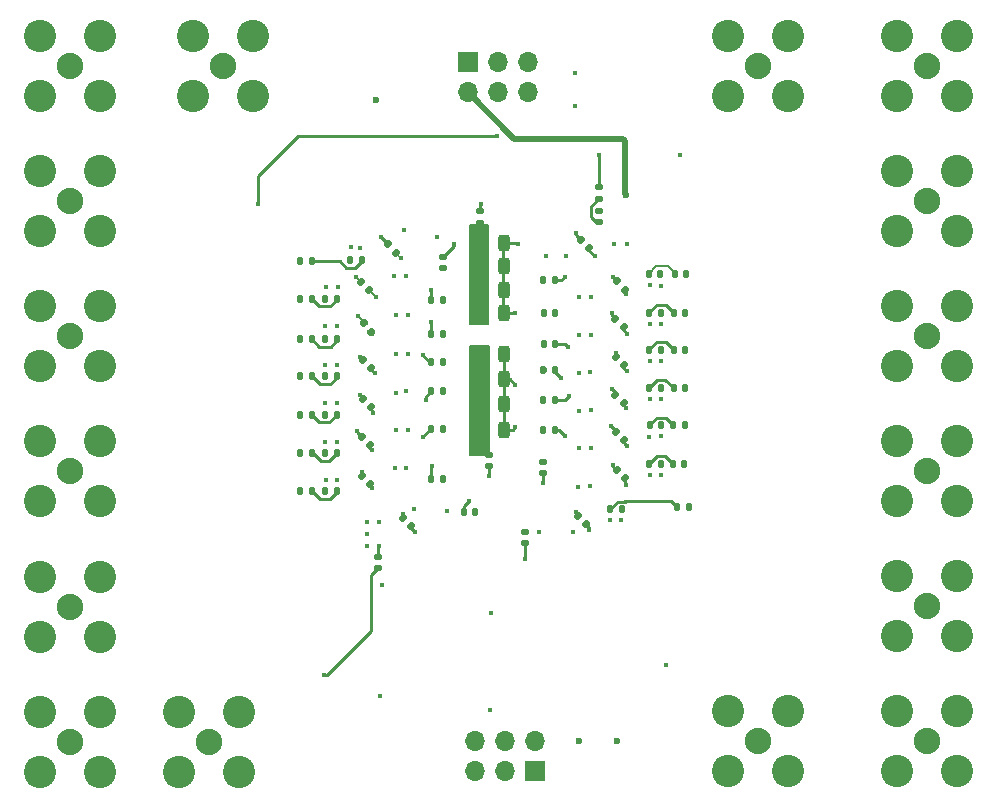
<source format=gbr>
%TF.GenerationSoftware,KiCad,Pcbnew,(6.0.1)*%
%TF.CreationDate,2022-02-22T23:19:08-05:00*%
%TF.ProjectId,sipm-linear-s14160,7369706d-2d6c-4696-9e65-61722d733134,rev?*%
%TF.SameCoordinates,Original*%
%TF.FileFunction,Copper,L4,Bot*%
%TF.FilePolarity,Positive*%
%FSLAX46Y46*%
G04 Gerber Fmt 4.6, Leading zero omitted, Abs format (unit mm)*
G04 Created by KiCad (PCBNEW (6.0.1)) date 2022-02-22 23:19:08*
%MOMM*%
%LPD*%
G01*
G04 APERTURE LIST*
G04 Aperture macros list*
%AMRoundRect*
0 Rectangle with rounded corners*
0 $1 Rounding radius*
0 $2 $3 $4 $5 $6 $7 $8 $9 X,Y pos of 4 corners*
0 Add a 4 corners polygon primitive as box body*
4,1,4,$2,$3,$4,$5,$6,$7,$8,$9,$2,$3,0*
0 Add four circle primitives for the rounded corners*
1,1,$1+$1,$2,$3*
1,1,$1+$1,$4,$5*
1,1,$1+$1,$6,$7*
1,1,$1+$1,$8,$9*
0 Add four rect primitives between the rounded corners*
20,1,$1+$1,$2,$3,$4,$5,0*
20,1,$1+$1,$4,$5,$6,$7,0*
20,1,$1+$1,$6,$7,$8,$9,0*
20,1,$1+$1,$8,$9,$2,$3,0*%
G04 Aperture macros list end*
%TA.AperFunction,ComponentPad*%
%ADD10C,2.240000*%
%TD*%
%TA.AperFunction,ComponentPad*%
%ADD11C,2.740000*%
%TD*%
%TA.AperFunction,SMDPad,CuDef*%
%ADD12RoundRect,0.147500X-0.172500X0.147500X-0.172500X-0.147500X0.172500X-0.147500X0.172500X0.147500X0*%
%TD*%
%TA.AperFunction,SMDPad,CuDef*%
%ADD13RoundRect,0.147500X-0.147500X-0.172500X0.147500X-0.172500X0.147500X0.172500X-0.147500X0.172500X0*%
%TD*%
%TA.AperFunction,SMDPad,CuDef*%
%ADD14RoundRect,0.147500X-0.226274X-0.017678X-0.017678X-0.226274X0.226274X0.017678X0.017678X0.226274X0*%
%TD*%
%TA.AperFunction,SMDPad,CuDef*%
%ADD15RoundRect,0.147500X0.172500X-0.147500X0.172500X0.147500X-0.172500X0.147500X-0.172500X-0.147500X0*%
%TD*%
%TA.AperFunction,SMDPad,CuDef*%
%ADD16RoundRect,0.147500X0.147500X0.172500X-0.147500X0.172500X-0.147500X-0.172500X0.147500X-0.172500X0*%
%TD*%
%TA.AperFunction,SMDPad,CuDef*%
%ADD17RoundRect,0.147500X0.226274X0.017678X0.017678X0.226274X-0.226274X-0.017678X-0.017678X-0.226274X0*%
%TD*%
%TA.AperFunction,SMDPad,CuDef*%
%ADD18RoundRect,0.243750X-0.243750X-0.456250X0.243750X-0.456250X0.243750X0.456250X-0.243750X0.456250X0*%
%TD*%
%TA.AperFunction,SMDPad,CuDef*%
%ADD19RoundRect,0.147500X0.226954X-0.002111X0.037331X0.223872X-0.226954X0.002111X-0.037331X-0.223872X0*%
%TD*%
%TA.AperFunction,ComponentPad*%
%ADD20R,1.700000X1.700000*%
%TD*%
%TA.AperFunction,ComponentPad*%
%ADD21O,1.700000X1.700000*%
%TD*%
%TA.AperFunction,ViaPad*%
%ADD22C,0.450000*%
%TD*%
%TA.AperFunction,ViaPad*%
%ADD23C,0.600000*%
%TD*%
%TA.AperFunction,Conductor*%
%ADD24C,0.250000*%
%TD*%
%TA.AperFunction,Conductor*%
%ADD25C,0.500000*%
%TD*%
%TA.AperFunction,Conductor*%
%ADD26C,0.200000*%
%TD*%
G04 APERTURE END LIST*
D10*
%TO.P,J13,1,In*%
%TO.N,Net-(J13-Pad1)*%
X160740000Y-74470000D03*
D11*
%TO.P,J13,2,Ext*%
%TO.N,GND*%
X163280000Y-71930000D03*
X158200000Y-77010000D03*
X158200000Y-71930000D03*
X163280000Y-77010000D03*
%TD*%
D10*
%TO.P,J6,1,In*%
%TO.N,Net-(J6-Pad1)*%
X220340000Y-97322000D03*
D11*
%TO.P,J6,2,Ext*%
%TO.N,GND*%
X217800000Y-99862000D03*
X217800000Y-94782000D03*
X222880000Y-94782000D03*
X222880000Y-99862000D03*
%TD*%
D10*
%TO.P,J8,1,In*%
%TO.N,Net-(J8-Pad1)*%
X220350000Y-108748000D03*
D11*
%TO.P,J8,2,Ext*%
%TO.N,GND*%
X217810000Y-111288000D03*
X222890000Y-111288000D03*
X217810000Y-106208000D03*
X222890000Y-106208000D03*
%TD*%
D10*
%TO.P,J9,1,In*%
%TO.N,Net-(J9-Pad1)*%
X147810000Y-108778000D03*
D11*
%TO.P,J9,2,Ext*%
%TO.N,GND*%
X145270000Y-106238000D03*
X145270000Y-111318000D03*
X150350000Y-106238000D03*
X150350000Y-111318000D03*
%TD*%
D10*
%TO.P,J2,1,In*%
%TO.N,Net-(J2-Pad1)*%
X220340000Y-74470000D03*
D11*
%TO.P,J2,2,Ext*%
%TO.N,GND*%
X222880000Y-77010000D03*
X222880000Y-71930000D03*
X217800000Y-71930000D03*
X217800000Y-77010000D03*
%TD*%
D10*
%TO.P,J5,1,In*%
%TO.N,Net-(J5-Pad1)*%
X147810000Y-85906000D03*
D11*
%TO.P,J5,2,Ext*%
%TO.N,GND*%
X150350000Y-88446000D03*
X150350000Y-83366000D03*
X145270000Y-83366000D03*
X145270000Y-88446000D03*
%TD*%
D10*
%TO.P,J3,1,In*%
%TO.N,Net-(J3-Pad1)*%
X147810000Y-74470000D03*
D11*
%TO.P,J3,2,Ext*%
%TO.N,GND*%
X150350000Y-71930000D03*
X150350000Y-77010000D03*
X145270000Y-77010000D03*
X145270000Y-71930000D03*
%TD*%
D10*
%TO.P,J10,1,In*%
%TO.N,Net-(J10-Pad1)*%
X220370000Y-120174000D03*
D11*
%TO.P,J10,2,Ext*%
%TO.N,GND*%
X217830000Y-117634000D03*
X222910000Y-117634000D03*
X217830000Y-122714000D03*
X222910000Y-122714000D03*
%TD*%
D10*
%TO.P,J4,1,In*%
%TO.N,Net-(J4-Pad1)*%
X220340000Y-85896000D03*
D11*
%TO.P,J4,2,Ext*%
%TO.N,GND*%
X217800000Y-83356000D03*
X222880000Y-83356000D03*
X222880000Y-88436000D03*
X217800000Y-88436000D03*
%TD*%
D10*
%TO.P,J16,1,In*%
%TO.N,Net-(J16-Pad1)*%
X206100000Y-131600000D03*
D11*
%TO.P,J16,2,Ext*%
%TO.N,GND*%
X203560000Y-129060000D03*
X208640000Y-129060000D03*
X208640000Y-134140000D03*
X203560000Y-134140000D03*
%TD*%
D10*
%TO.P,J11,1,In*%
%TO.N,Net-(J11-Pad1)*%
X147810000Y-120214000D03*
D11*
%TO.P,J11,2,Ext*%
%TO.N,GND*%
X145270000Y-117674000D03*
X150350000Y-117674000D03*
X145270000Y-122754000D03*
X150350000Y-122754000D03*
%TD*%
D10*
%TO.P,J14,1,In*%
%TO.N,Net-(J14-Pad1)*%
X220370000Y-131600000D03*
D11*
%TO.P,J14,2,Ext*%
%TO.N,GND*%
X222910000Y-129060000D03*
X222910000Y-134140000D03*
X217830000Y-129060000D03*
X217830000Y-134140000D03*
%TD*%
D10*
%TO.P,J17,1,In*%
%TO.N,Net-(J17-Pad1)*%
X159550000Y-131650000D03*
D11*
%TO.P,J17,2,Ext*%
%TO.N,GND*%
X157010000Y-134190000D03*
X162090000Y-134190000D03*
X157010000Y-129110000D03*
X162090000Y-129110000D03*
%TD*%
D10*
%TO.P,J12,1,In*%
%TO.N,Net-(J12-Pad1)*%
X206100000Y-74420000D03*
D11*
%TO.P,J12,2,Ext*%
%TO.N,GND*%
X203560000Y-76960000D03*
X203560000Y-71880000D03*
X208640000Y-76960000D03*
X208640000Y-71880000D03*
%TD*%
D10*
%TO.P,J15,1,In*%
%TO.N,Net-(J15-Pad1)*%
X147810000Y-131650000D03*
D11*
%TO.P,J15,2,Ext*%
%TO.N,GND*%
X150350000Y-134190000D03*
X145270000Y-129110000D03*
X145270000Y-134190000D03*
X150350000Y-129110000D03*
%TD*%
D10*
%TO.P,J7,1,In*%
%TO.N,Net-(J7-Pad1)*%
X147810000Y-97342000D03*
D11*
%TO.P,J7,2,Ext*%
%TO.N,GND*%
X150350000Y-99882000D03*
X150350000Y-94802000D03*
X145270000Y-94802000D03*
X145270000Y-99882000D03*
%TD*%
D12*
%TO.P,L13,1*%
%TO.N,Net-(L13-Pad1)*%
X187880000Y-107945000D03*
%TO.P,L13,2*%
%TO.N,GND*%
X187880000Y-108915000D03*
%TD*%
%TO.P,R1,1*%
%TO.N,/VBias*%
X182550000Y-86765000D03*
%TO.P,R1,2*%
%TO.N,Net-(C1-Pad1)*%
X182550000Y-87735000D03*
%TD*%
D13*
%TO.P,R38,1*%
%TO.N,Net-(C27-Pad1)*%
X198952400Y-98455000D03*
%TO.P,R38,2*%
%TO.N,LINE*%
X199922400Y-98455000D03*
%TD*%
%TO.P,R7,1*%
%TO.N,Net-(C6-Pad1)*%
X199002400Y-92030000D03*
%TO.P,R7,2*%
%TO.N,LINE*%
X199972400Y-92030000D03*
%TD*%
%TO.P,R81,1*%
%TO.N,/LINE2*%
X167315000Y-107200000D03*
%TO.P,R81,2*%
%TO.N,Net-(C62-Pad1)*%
X168285000Y-107200000D03*
%TD*%
%TO.P,R25,1*%
%TO.N,LINE*%
X167315000Y-97600000D03*
%TO.P,R25,2*%
%TO.N,Net-(C20-Pad1)*%
X168285000Y-97600000D03*
%TD*%
%TO.P,R49,1*%
%TO.N,/LINE2*%
X167315000Y-104000000D03*
%TO.P,R49,2*%
%TO.N,Net-(C36-Pad1)*%
X168285000Y-104000000D03*
%TD*%
D14*
%TO.P,R70,1*%
%TO.N,Net-(R64-Pad2)*%
X191114106Y-89214106D03*
%TO.P,R70,2*%
%TO.N,Net-(R70-Pad2)*%
X191800000Y-89900000D03*
%TD*%
D13*
%TO.P,R94,1*%
%TO.N,Net-(C69-Pad1)*%
X198835000Y-108150000D03*
%TO.P,R94,2*%
%TO.N,/LINE2*%
X199805000Y-108150000D03*
%TD*%
D12*
%TO.P,L15,1*%
%TO.N,Net-(L15-Pad1)*%
X186331001Y-113891000D03*
%TO.P,L15,2*%
%TO.N,GND*%
X186331001Y-114861000D03*
%TD*%
D13*
%TO.P,R52,1*%
%TO.N,GND*%
X169415000Y-103980002D03*
%TO.P,R52,2*%
%TO.N,Net-(C36-Pad1)*%
X170385000Y-103980002D03*
%TD*%
%TO.P,L3,1*%
%TO.N,Net-(L3-Pad1)*%
X187915000Y-98000000D03*
%TO.P,L3,2*%
%TO.N,GND*%
X188885000Y-98000000D03*
%TD*%
D15*
%TO.P,R59,1*%
%TO.N,/VBias2*%
X183250000Y-108335000D03*
%TO.P,R59,2*%
%TO.N,Net-(C14-Pad1)*%
X183250000Y-107365000D03*
%TD*%
D16*
%TO.P,R83,1*%
%TO.N,GND*%
X197865000Y-104880000D03*
%TO.P,R83,2*%
%TO.N,Net-(C61-Pad1)*%
X196895000Y-104880000D03*
%TD*%
D17*
%TO.P,R42,1*%
%TO.N,Net-(R36-Pad2)*%
X173300000Y-100000000D03*
%TO.P,R42,2*%
%TO.N,Net-(R42-Pad2)*%
X172614106Y-99314106D03*
%TD*%
D16*
%TO.P,R27,1*%
%TO.N,GND*%
X197847400Y-95330000D03*
%TO.P,R27,2*%
%TO.N,Net-(C19-Pad1)*%
X196877400Y-95330000D03*
%TD*%
D15*
%TO.P,R15,1*%
%TO.N,Net-(C46-Pad1)*%
X192600000Y-85685000D03*
%TO.P,R15,2*%
%TO.N,LINE*%
X192600000Y-84715000D03*
%TD*%
D14*
%TO.P,R85,1*%
%TO.N,Net-(R79-Pad2)*%
X194044453Y-105437053D03*
%TO.P,R85,2*%
%TO.N,Net-(R85-Pad2)*%
X194730347Y-106122947D03*
%TD*%
%TO.P,R10,1*%
%TO.N,Net-(R10-Pad1)*%
X194144453Y-92687053D03*
%TO.P,R10,2*%
%TO.N,Net-(R10-Pad2)*%
X194830347Y-93372947D03*
%TD*%
D15*
%TO.P,L12,1*%
%TO.N,Net-(L12-Pad1)*%
X179400000Y-91585000D03*
%TO.P,L12,2*%
%TO.N,GND*%
X179400000Y-90615000D03*
%TD*%
D18*
%TO.P,C1,1*%
%TO.N,Net-(C1-Pad1)*%
X182725000Y-93400000D03*
%TO.P,C1,2*%
%TO.N,GND*%
X184600000Y-93400000D03*
%TD*%
D16*
%TO.P,L8,1*%
%TO.N,Net-(L8-Pad1)*%
X179385000Y-102000000D03*
%TO.P,L8,2*%
%TO.N,GND*%
X178415000Y-102000000D03*
%TD*%
D18*
%TO.P,C40,1*%
%TO.N,Net-(C14-Pad1)*%
X182725000Y-98833334D03*
%TO.P,C40,2*%
%TO.N,GND*%
X184600000Y-98833334D03*
%TD*%
D13*
%TO.P,L9,1*%
%TO.N,Net-(L9-Pad1)*%
X187885000Y-105260000D03*
%TO.P,L9,2*%
%TO.N,GND*%
X188855000Y-105260000D03*
%TD*%
%TO.P,R6,1*%
%TO.N,LINE*%
X167315000Y-94200000D03*
%TO.P,R6,2*%
%TO.N,Net-(C7-Pad1)*%
X168285000Y-94200000D03*
%TD*%
D14*
%TO.P,R41,1*%
%TO.N,Net-(R35-Pad2)*%
X194044453Y-99087053D03*
%TO.P,R41,2*%
%TO.N,Net-(R41-Pad2)*%
X194730347Y-99772947D03*
%TD*%
D19*
%TO.P,R30,1*%
%TO.N,Net-(R24-Pad2)*%
X173311752Y-96971532D03*
%TO.P,R30,2*%
%TO.N,Net-(R30-Pad2)*%
X172688248Y-96228468D03*
%TD*%
D17*
%TO.P,R71,1*%
%TO.N,Net-(R65-Pad2)*%
X175442947Y-90242947D03*
%TO.P,R71,2*%
%TO.N,Net-(R71-Pad2)*%
X174757053Y-89557053D03*
%TD*%
D18*
%TO.P,C14,1*%
%TO.N,Net-(C14-Pad1)*%
X182725000Y-105233334D03*
%TO.P,C14,2*%
%TO.N,GND*%
X184600000Y-105233334D03*
%TD*%
D16*
%TO.P,L16,1*%
%TO.N,Net-(L16-Pad1)*%
X182135000Y-112200000D03*
%TO.P,L16,2*%
%TO.N,GND*%
X181165000Y-112200000D03*
%TD*%
D13*
%TO.P,R28,1*%
%TO.N,GND*%
X169415000Y-97565002D03*
%TO.P,R28,2*%
%TO.N,Net-(C20-Pad1)*%
X170385000Y-97565002D03*
%TD*%
%TO.P,L1,1*%
%TO.N,Net-(L1-Pad1)*%
X187915000Y-95400000D03*
%TO.P,L1,2*%
%TO.N,GND*%
X188885000Y-95400000D03*
%TD*%
D18*
%TO.P,C41,1*%
%TO.N,Net-(C14-Pad1)*%
X182725000Y-103100000D03*
%TO.P,C41,2*%
%TO.N,GND*%
X184600000Y-103100000D03*
%TD*%
D13*
%TO.P,L5,1*%
%TO.N,Net-(L5-Pad1)*%
X187905000Y-100150000D03*
%TO.P,L5,2*%
%TO.N,GND*%
X188875000Y-100150000D03*
%TD*%
D17*
%TO.P,R86,1*%
%TO.N,Net-(R80-Pad2)*%
X173242947Y-106542947D03*
%TO.P,R86,2*%
%TO.N,Net-(R86-Pad2)*%
X172557053Y-105857053D03*
%TD*%
%TO.P,R110,1*%
%TO.N,Net-(R104-Pad2)*%
X176657947Y-113392947D03*
%TO.P,R110,2*%
%TO.N,Net-(R110-Pad2)*%
X175972053Y-112707053D03*
%TD*%
D13*
%TO.P,R93,1*%
%TO.N,/LINE2*%
X167315000Y-110400000D03*
%TO.P,R93,2*%
%TO.N,Net-(C70-Pad1)*%
X168285000Y-110400000D03*
%TD*%
D16*
%TO.P,L2,1*%
%TO.N,Net-(L2-Pad1)*%
X179385000Y-94300000D03*
%TO.P,L2,2*%
%TO.N,GND*%
X178415000Y-94300000D03*
%TD*%
%TO.P,R39,1*%
%TO.N,GND*%
X197847400Y-98455000D03*
%TO.P,R39,2*%
%TO.N,Net-(C27-Pad1)*%
X196877400Y-98455000D03*
%TD*%
D13*
%TO.P,R96,1*%
%TO.N,GND*%
X169415000Y-110450000D03*
%TO.P,R96,2*%
%TO.N,Net-(C70-Pad1)*%
X170385000Y-110450000D03*
%TD*%
%TO.P,L7,1*%
%TO.N,Net-(L7-Pad1)*%
X187875000Y-102710000D03*
%TO.P,L7,2*%
%TO.N,GND*%
X188845000Y-102710000D03*
%TD*%
D16*
%TO.P,R8,1*%
%TO.N,GND*%
X197772400Y-92030000D03*
%TO.P,R8,2*%
%TO.N,Net-(C6-Pad1)*%
X196802400Y-92030000D03*
%TD*%
%TO.P,R95,1*%
%TO.N,GND*%
X197845000Y-108150000D03*
%TO.P,R95,2*%
%TO.N,Net-(C69-Pad1)*%
X196875000Y-108150000D03*
%TD*%
D13*
%TO.P,L11,1*%
%TO.N,Net-(L11-Pad1)*%
X187895000Y-92600000D03*
%TO.P,L11,2*%
%TO.N,GND*%
X188865000Y-92600000D03*
%TD*%
%TO.P,R69,1*%
%TO.N,GND*%
X171565000Y-90890000D03*
%TO.P,R69,2*%
%TO.N,Net-(C47-Pad1)*%
X172535000Y-90890000D03*
%TD*%
%TO.P,R84,1*%
%TO.N,GND*%
X169415000Y-107210000D03*
%TO.P,R84,2*%
%TO.N,Net-(C62-Pad1)*%
X170385000Y-107210000D03*
%TD*%
D16*
%TO.P,L10,1*%
%TO.N,Net-(L10-Pad1)*%
X179385000Y-105220000D03*
%TO.P,L10,2*%
%TO.N,GND*%
X178415000Y-105220000D03*
%TD*%
D20*
%TO.P,J18,1,Pin_1*%
%TO.N,unconnected-(J18-Pad1)*%
X187200000Y-134100000D03*
D21*
%TO.P,J18,2,Pin_2*%
%TO.N,/VSSA2*%
X187200000Y-131560000D03*
%TO.P,J18,3,Pin_3*%
%TO.N,/VDDA2*%
X184660000Y-134100000D03*
%TO.P,J18,4,Pin_4*%
%TO.N,/LINE2*%
X184660000Y-131560000D03*
%TO.P,J18,5,Pin_5*%
%TO.N,/VBias2*%
X182120000Y-134100000D03*
%TO.P,J18,6,Pin_6*%
%TO.N,GND*%
X182120000Y-131560000D03*
%TD*%
D18*
%TO.P,C12,1*%
%TO.N,Net-(C1-Pad1)*%
X182725000Y-89400000D03*
%TO.P,C12,2*%
%TO.N,GND*%
X184600000Y-89400000D03*
%TD*%
D14*
%TO.P,R29,1*%
%TO.N,Net-(R23-Pad2)*%
X193994453Y-95837053D03*
%TO.P,R29,2*%
%TO.N,Net-(R29-Pad2)*%
X194680347Y-96522947D03*
%TD*%
%TO.P,R53,1*%
%TO.N,Net-(R47-Pad2)*%
X193994453Y-102287053D03*
%TO.P,R53,2*%
%TO.N,Net-(R53-Pad2)*%
X194680347Y-102972947D03*
%TD*%
D18*
%TO.P,C11,1*%
%TO.N,Net-(C1-Pad1)*%
X182725000Y-95400000D03*
%TO.P,C11,2*%
%TO.N,GND*%
X184600000Y-95400000D03*
%TD*%
D20*
%TO.P,J1,1,Pin_1*%
%TO.N,unconnected-(J1-Pad1)*%
X181475000Y-74125000D03*
D21*
%TO.P,J1,2,Pin_2*%
%TO.N,VSSA*%
X181475000Y-76665000D03*
%TO.P,J1,3,Pin_3*%
%TO.N,VDDA*%
X184015000Y-74125000D03*
%TO.P,J1,4,Pin_4*%
%TO.N,LINE*%
X184015000Y-76665000D03*
%TO.P,J1,5,Pin_5*%
%TO.N,/VBias*%
X186555000Y-74125000D03*
%TO.P,J1,6,Pin_6*%
%TO.N,GND*%
X186555000Y-76665000D03*
%TD*%
D13*
%TO.P,R37,1*%
%TO.N,LINE*%
X167315000Y-100700000D03*
%TO.P,R37,2*%
%TO.N,Net-(C28-Pad1)*%
X168285000Y-100700000D03*
%TD*%
%TO.P,R9,1*%
%TO.N,GND*%
X169415000Y-94165002D03*
%TO.P,R9,2*%
%TO.N,Net-(C7-Pad1)*%
X170385000Y-94165002D03*
%TD*%
D17*
%TO.P,R54,1*%
%TO.N,Net-(R48-Pad2)*%
X173342947Y-103342947D03*
%TO.P,R54,2*%
%TO.N,Net-(R54-Pad2)*%
X172657053Y-102657053D03*
%TD*%
D16*
%TO.P,L4,1*%
%TO.N,Net-(L4-Pad1)*%
X179385000Y-97160000D03*
%TO.P,L4,2*%
%TO.N,GND*%
X178415000Y-97160000D03*
%TD*%
D13*
%TO.P,R14,1*%
%TO.N,LINE*%
X167315000Y-91000000D03*
%TO.P,R14,2*%
%TO.N,Net-(C47-Pad1)*%
X168285000Y-91000000D03*
%TD*%
D18*
%TO.P,C10,1*%
%TO.N,Net-(C1-Pad1)*%
X182725000Y-91400000D03*
%TO.P,C10,2*%
%TO.N,GND*%
X184600000Y-91400000D03*
%TD*%
D17*
%TO.P,R11,1*%
%TO.N,Net-(R11-Pad1)*%
X173142947Y-93442947D03*
%TO.P,R11,2*%
%TO.N,Net-(R11-Pad2)*%
X172457053Y-92757053D03*
%TD*%
D18*
%TO.P,C39,1*%
%TO.N,Net-(C14-Pad1)*%
X182725000Y-100966667D03*
%TO.P,C39,2*%
%TO.N,GND*%
X184600000Y-100966667D03*
%TD*%
D14*
%TO.P,R109,1*%
%TO.N,Net-(R103-Pad2)*%
X190832054Y-112557053D03*
%TO.P,R109,2*%
%TO.N,Net-(R109-Pad2)*%
X191517948Y-113242947D03*
%TD*%
D16*
%TO.P,R107,1*%
%TO.N,GND*%
X194516001Y-111976000D03*
%TO.P,R107,2*%
%TO.N,Net-(C77-Pad1)*%
X193546001Y-111976000D03*
%TD*%
%TO.P,L14,1*%
%TO.N,Net-(L14-Pad1)*%
X179385000Y-109450000D03*
%TO.P,L14,2*%
%TO.N,GND*%
X178415000Y-109450000D03*
%TD*%
%TO.P,R51,1*%
%TO.N,GND*%
X197842400Y-101670000D03*
%TO.P,R51,2*%
%TO.N,Net-(C35-Pad1)*%
X196872400Y-101670000D03*
%TD*%
D13*
%TO.P,R106,1*%
%TO.N,Net-(C77-Pad1)*%
X199215000Y-111800000D03*
%TO.P,R106,2*%
%TO.N,/LINE2*%
X200185000Y-111800000D03*
%TD*%
%TO.P,R82,1*%
%TO.N,Net-(C61-Pad1)*%
X198895000Y-104820000D03*
%TO.P,R82,2*%
%TO.N,/LINE2*%
X199865000Y-104820000D03*
%TD*%
D14*
%TO.P,R97,1*%
%TO.N,Net-(R91-Pad2)*%
X194094453Y-108637053D03*
%TO.P,R97,2*%
%TO.N,Net-(R97-Pad2)*%
X194780347Y-109322947D03*
%TD*%
D13*
%TO.P,R40,1*%
%TO.N,GND*%
X169415000Y-100730002D03*
%TO.P,R40,2*%
%TO.N,Net-(C28-Pad1)*%
X170385000Y-100730002D03*
%TD*%
D15*
%TO.P,R105,1*%
%TO.N,/LINE2*%
X173900000Y-116985000D03*
%TO.P,R105,2*%
%TO.N,Net-(C78-Pad1)*%
X173900000Y-116015000D03*
%TD*%
D17*
%TO.P,R98,1*%
%TO.N,Net-(R92-Pad2)*%
X173242947Y-109842947D03*
%TO.P,R98,2*%
%TO.N,Net-(R100-Pad1)*%
X172557053Y-109157053D03*
%TD*%
D13*
%TO.P,R50,1*%
%TO.N,Net-(C35-Pad1)*%
X198922400Y-101700000D03*
%TO.P,R50,2*%
%TO.N,/LINE2*%
X199892400Y-101700000D03*
%TD*%
%TO.P,R26,1*%
%TO.N,Net-(C19-Pad1)*%
X198952400Y-95355000D03*
%TO.P,R26,2*%
%TO.N,LINE*%
X199922400Y-95355000D03*
%TD*%
D12*
%TO.P,R68,1*%
%TO.N,GND*%
X192600000Y-86715000D03*
%TO.P,R68,2*%
%TO.N,Net-(C46-Pad1)*%
X192600000Y-87685000D03*
%TD*%
D16*
%TO.P,L6,1*%
%TO.N,Net-(L6-Pad1)*%
X179385000Y-99500000D03*
%TO.P,L6,2*%
%TO.N,GND*%
X178415000Y-99500000D03*
%TD*%
D22*
%TO.N,GND*%
X190937400Y-97255000D03*
X176300000Y-102000000D03*
X192600000Y-86700000D03*
X178400000Y-93400000D03*
X197800000Y-92030000D03*
X172990000Y-114040000D03*
X185530000Y-105004000D03*
X178450000Y-108350000D03*
X190860000Y-110080000D03*
X169500000Y-100700000D03*
X169500000Y-97600000D03*
X190897400Y-103630000D03*
X177700000Y-105850000D03*
X194500000Y-112900000D03*
X169500000Y-109500000D03*
X186331001Y-116176000D03*
X197837400Y-102680000D03*
X181600000Y-111250000D03*
X185784000Y-89510000D03*
X189420000Y-100880000D03*
X185530000Y-95352000D03*
X180300000Y-89500000D03*
X169500000Y-107200000D03*
X197887400Y-101755000D03*
X169400000Y-106300000D03*
X187850000Y-109730000D03*
X189940000Y-98230000D03*
X172940000Y-113090000D03*
X178885000Y-88940000D03*
X178400000Y-96100000D03*
X197787400Y-95330000D03*
X190050000Y-102420000D03*
X185530000Y-101448000D03*
X169500000Y-104000000D03*
X176300000Y-92200000D03*
X189700000Y-92300000D03*
X187531001Y-113876000D03*
X169400000Y-103000000D03*
X171615000Y-90785000D03*
X179740000Y-112090000D03*
X188900000Y-95400000D03*
X176400000Y-95500000D03*
X197887400Y-105780000D03*
X197862400Y-98530000D03*
X176300000Y-108500000D03*
X188157053Y-90557053D03*
X197862400Y-109080000D03*
X176400000Y-105300000D03*
X171600000Y-89800000D03*
X197837400Y-99430000D03*
X190887400Y-94030000D03*
X189750000Y-105790000D03*
X177700000Y-98950000D03*
X190940000Y-106770000D03*
X197887400Y-96330000D03*
X169500000Y-93200000D03*
X176400000Y-98800000D03*
X177950000Y-102750000D03*
X169500000Y-94200000D03*
X169500000Y-110450000D03*
X194500000Y-111900000D03*
X197887400Y-93100000D03*
X169400000Y-99800000D03*
X190890000Y-100400000D03*
X197812400Y-108180000D03*
X197837400Y-104830000D03*
X169400000Y-96500000D03*
X194957053Y-89557053D03*
X172990000Y-115090000D03*
%TO.N,Net-(C7-Pad1)*%
X170500000Y-94165002D03*
%TO.N,VDDA*%
X191887400Y-94030000D03*
X175400000Y-98800000D03*
X191892400Y-97230000D03*
X175250000Y-92250000D03*
X175400000Y-95500000D03*
X190600000Y-75050000D03*
X190600000Y-77800000D03*
X191842400Y-100390000D03*
X189800000Y-90557053D03*
X176100000Y-88300000D03*
%TO.N,VSSA*%
X196887400Y-96330000D03*
X196887400Y-93030000D03*
X196887400Y-99405000D03*
X170400000Y-99800000D03*
X193872053Y-89522054D03*
D23*
X173700000Y-77300000D03*
D22*
X172350000Y-89840000D03*
D23*
X194900000Y-85400000D03*
D22*
X170400000Y-96500000D03*
X170500000Y-93200000D03*
%TO.N,Net-(L1-Pad1)*%
X187870000Y-95400000D03*
%TO.N,Net-(C6-Pad1)*%
X196802400Y-92060000D03*
%TO.N,Net-(L2-Pad1)*%
X179400000Y-94300000D03*
%TO.N,/VBias*%
X182600000Y-86150000D03*
%TO.N,LINE*%
X199900000Y-98400000D03*
X167300000Y-100700000D03*
X167300000Y-97600000D03*
X200000000Y-92000000D03*
X163700000Y-86100000D03*
X167300000Y-94200000D03*
X184000000Y-80400000D03*
X192600000Y-82000000D03*
X199500000Y-82000000D03*
X167300000Y-91000000D03*
X199900000Y-95300000D03*
%TO.N,Net-(C46-Pad1)*%
X192600000Y-87700000D03*
%TO.N,Net-(C47-Pad1)*%
X172572500Y-90927500D03*
%TO.N,Net-(L11-Pad1)*%
X187920000Y-92540000D03*
%TO.N,Net-(L12-Pad1)*%
X179400000Y-91600000D03*
%TO.N,Net-(C1-Pad1)*%
X183000000Y-92400000D03*
%TO.N,Net-(C19-Pad1)*%
X196877400Y-95310000D03*
%TO.N,Net-(C20-Pad1)*%
X170500000Y-97600000D03*
%TO.N,Net-(L3-Pad1)*%
X187900000Y-98000000D03*
%TO.N,Net-(L4-Pad1)*%
X179400000Y-97200000D03*
%TO.N,Net-(C27-Pad1)*%
X196877400Y-98490000D03*
%TO.N,Net-(C28-Pad1)*%
X170485000Y-100740002D03*
%TO.N,Net-(L5-Pad1)*%
X188030000Y-100170000D03*
%TO.N,Net-(L6-Pad1)*%
X179350000Y-99500000D03*
%TO.N,Net-(C14-Pad1)*%
X183100000Y-102000000D03*
%TO.N,Net-(C35-Pad1)*%
X196847400Y-101720000D03*
%TO.N,Net-(C36-Pad1)*%
X170500000Y-104000000D03*
%TO.N,Net-(L7-Pad1)*%
X187940000Y-102670000D03*
%TO.N,Net-(L8-Pad1)*%
X179400000Y-102000000D03*
%TO.N,Net-(C61-Pad1)*%
X196877400Y-104880000D03*
%TO.N,Net-(C62-Pad1)*%
X170485000Y-107210000D03*
%TO.N,Net-(L9-Pad1)*%
X187880000Y-105250000D03*
%TO.N,Net-(L10-Pad1)*%
X179400000Y-105200000D03*
%TO.N,Net-(C69-Pad1)*%
X196852399Y-108129999D03*
%TO.N,Net-(C70-Pad1)*%
X170485000Y-110450000D03*
%TO.N,Net-(L13-Pad1)*%
X187890000Y-107950000D03*
%TO.N,Net-(L14-Pad1)*%
X179400000Y-109450000D03*
%TO.N,Net-(C77-Pad1)*%
X193546001Y-111926000D03*
%TO.N,Net-(C78-Pad1)*%
X173950000Y-115090000D03*
%TO.N,Net-(L15-Pad1)*%
X186331001Y-113876000D03*
%TO.N,Net-(L16-Pad1)*%
X182100000Y-112200000D03*
%TO.N,/VBias2*%
X183500000Y-120800000D03*
X183250000Y-109150000D03*
%TO.N,/VSSA2*%
X196912400Y-109080000D03*
D23*
X190900000Y-131600000D03*
D22*
X170400000Y-103000000D03*
X170400000Y-109500000D03*
X196837400Y-105830000D03*
X193546001Y-112900000D03*
X173957500Y-113057500D03*
D23*
X194100000Y-131600000D03*
D22*
X196912400Y-102655000D03*
X170400000Y-106300000D03*
%TO.N,/VDDA2*%
X191847400Y-110030000D03*
X174100000Y-127800000D03*
X175400000Y-105300000D03*
X176900000Y-111950000D03*
X191892400Y-106780000D03*
X190431001Y-113876000D03*
X191914900Y-103587500D03*
X174200000Y-118400000D03*
X175300000Y-108500000D03*
X175400000Y-102100000D03*
%TO.N,/LINE2*%
X199900000Y-104800000D03*
X167300000Y-104000000D03*
X198300000Y-125200000D03*
X183400000Y-129000000D03*
X167300000Y-107200000D03*
X200200000Y-111800000D03*
X167300000Y-110400000D03*
X199892400Y-101700000D03*
X199805000Y-108150000D03*
X169300000Y-126000000D03*
%TO.N,Net-(R10-Pad1)*%
X193787400Y-92330000D03*
%TO.N,Net-(R11-Pad1)*%
X173700000Y-94000000D03*
%TO.N,Net-(R10-Pad2)*%
X194887400Y-93763902D03*
%TO.N,Net-(R11-Pad2)*%
X172000000Y-92300000D03*
%TO.N,Net-(R23-Pad2)*%
X193700000Y-95400000D03*
%TO.N,Net-(R24-Pad2)*%
X173400000Y-97177237D03*
%TO.N,Net-(R29-Pad2)*%
X194987400Y-97130000D03*
%TO.N,Net-(R30-Pad2)*%
X172200000Y-95600000D03*
%TO.N,Net-(R35-Pad2)*%
X194062367Y-98743891D03*
%TO.N,Net-(R36-Pad2)*%
X173600000Y-100460570D03*
%TO.N,Net-(R41-Pad2)*%
X194937400Y-100280000D03*
%TO.N,Net-(R42-Pad2)*%
X172400000Y-99052766D03*
%TO.N,Net-(R47-Pad2)*%
X193727400Y-101800000D03*
%TO.N,Net-(R48-Pad2)*%
X173500000Y-103800000D03*
%TO.N,Net-(R53-Pad2)*%
X194867400Y-103440000D03*
%TO.N,Net-(R54-Pad2)*%
X172400000Y-102336099D03*
%TO.N,Net-(R64-Pad2)*%
X190657053Y-88622052D03*
%TO.N,Net-(R65-Pad2)*%
X175800000Y-90700000D03*
%TO.N,Net-(R70-Pad2)*%
X192257053Y-90557053D03*
%TO.N,Net-(R71-Pad2)*%
X174182400Y-88939999D03*
%TO.N,Net-(R79-Pad2)*%
X193630000Y-104950000D03*
%TO.N,Net-(R80-Pad2)*%
X173350000Y-106963902D03*
%TO.N,Net-(R85-Pad2)*%
X194940000Y-106620000D03*
%TO.N,Net-(R86-Pad2)*%
X172150000Y-105350000D03*
%TO.N,Net-(R91-Pad2)*%
X193830000Y-108270000D03*
%TO.N,Net-(R92-Pad2)*%
X173350000Y-110203902D03*
%TO.N,Net-(R97-Pad2)*%
X194930000Y-109930000D03*
%TO.N,Net-(R100-Pad1)*%
X172557053Y-108796098D03*
%TO.N,Net-(R103-Pad2)*%
X190631001Y-112176000D03*
%TO.N,Net-(R104-Pad2)*%
X177040000Y-113940000D03*
%TO.N,Net-(R109-Pad2)*%
X191731001Y-113776000D03*
%TO.N,Net-(R110-Pad2)*%
X175972053Y-112346098D03*
%TD*%
D24*
%TO.N,GND*%
X188845000Y-102710000D02*
X189760000Y-102710000D01*
X180300000Y-89715000D02*
X180300000Y-89500000D01*
X189700000Y-92300000D02*
X189400000Y-92600000D01*
X187880000Y-109700000D02*
X187850000Y-109730000D01*
X184600000Y-105233334D02*
X185300666Y-105233334D01*
X189760000Y-102710000D02*
X190050000Y-102420000D01*
X178250000Y-99500000D02*
X177700000Y-98950000D01*
X186331001Y-116176000D02*
X186331001Y-114861000D01*
X189710000Y-98000000D02*
X189940000Y-98230000D01*
X177950000Y-102465000D02*
X178415000Y-102000000D01*
X179400000Y-90615000D02*
X180300000Y-89715000D01*
X185300666Y-105233334D02*
X185530000Y-105004000D01*
X184600000Y-105233334D02*
X184600000Y-98833334D01*
X184600000Y-100966667D02*
X185048667Y-100966667D01*
X178415000Y-93415000D02*
X178400000Y-93400000D01*
X177950000Y-102750000D02*
X177950000Y-102465000D01*
X181165000Y-111685000D02*
X181600000Y-111250000D01*
X189400000Y-92600000D02*
X188865000Y-92600000D01*
X185674000Y-89400000D02*
X185784000Y-89510000D01*
X184500000Y-95400000D02*
X184500000Y-89400000D01*
X189220000Y-105260000D02*
X189750000Y-105790000D01*
X187880000Y-108915000D02*
X187880000Y-109700000D01*
X178415000Y-94300000D02*
X178415000Y-93415000D01*
X178415000Y-108385000D02*
X178450000Y-108350000D01*
X178415000Y-109450000D02*
X178415000Y-108385000D01*
X184600000Y-89400000D02*
X185674000Y-89400000D01*
X184600000Y-95400000D02*
X185482000Y-95400000D01*
X185048667Y-100966667D02*
X185530000Y-101448000D01*
X188885000Y-98000000D02*
X189710000Y-98000000D01*
X185482000Y-95400000D02*
X185530000Y-95352000D01*
X178415000Y-97160000D02*
X178415000Y-96115000D01*
X188875000Y-100335000D02*
X189420000Y-100880000D01*
X178330000Y-105220000D02*
X177700000Y-105850000D01*
X178415000Y-96115000D02*
X178400000Y-96100000D01*
X181165000Y-112200000D02*
X181165000Y-111685000D01*
X188855000Y-105260000D02*
X189220000Y-105260000D01*
%TO.N,Net-(C7-Pad1)*%
X169855480Y-94809522D02*
X170500000Y-94165002D01*
X168894522Y-94809522D02*
X169855480Y-94809522D01*
X168285000Y-94200000D02*
X168894522Y-94809522D01*
D25*
%TO.N,VSSA*%
X194900000Y-85400000D02*
X194800000Y-85300000D01*
X194800000Y-85300000D02*
X194800000Y-80800000D01*
X194800000Y-80800000D02*
X194600000Y-80600000D01*
X185410000Y-80600000D02*
X181475000Y-76665000D01*
X194600000Y-80600000D02*
X185410000Y-80600000D01*
D26*
%TO.N,Net-(C6-Pad1)*%
X198467880Y-91410480D02*
X197421920Y-91410480D01*
X197421920Y-91410480D02*
X196802400Y-92030000D01*
X199087400Y-92030000D02*
X198467880Y-91410480D01*
D24*
%TO.N,/VBias*%
X182550000Y-86765000D02*
X182550000Y-86200000D01*
%TO.N,LINE*%
X163700000Y-83800000D02*
X167100000Y-80400000D01*
X167100000Y-80400000D02*
X184000000Y-80400000D01*
X163700000Y-86100000D02*
X163700000Y-83800000D01*
X192600000Y-82000000D02*
X192600000Y-84715000D01*
%TO.N,Net-(C46-Pad1)*%
X191955480Y-86329520D02*
X191955480Y-87255480D01*
X191955480Y-87255480D02*
X192385000Y-87685000D01*
X192385000Y-87685000D02*
X192600000Y-87685000D01*
X192600000Y-85685000D02*
X191955480Y-86329520D01*
%TO.N,Net-(C47-Pad1)*%
X171221983Y-91534520D02*
X171965480Y-91534520D01*
X171965480Y-91534520D02*
X172572500Y-90927500D01*
X170687463Y-91000000D02*
X171221983Y-91534520D01*
X168285000Y-91000000D02*
X170687463Y-91000000D01*
%TO.N,Net-(C1-Pad1)*%
X183000000Y-92400000D02*
X183000000Y-91837500D01*
X182562500Y-91400000D02*
X182562500Y-89400000D01*
%TO.N,Net-(C19-Pad1)*%
X198282880Y-94685480D02*
X197504383Y-94685480D01*
X197504383Y-94685480D02*
X196877400Y-95312463D01*
X198952400Y-95355000D02*
X198282880Y-94685480D01*
%TO.N,Net-(C20-Pad1)*%
X169890478Y-98209522D02*
X170500000Y-97600000D01*
X168285000Y-97600000D02*
X168894522Y-98209522D01*
X168894522Y-98209522D02*
X169890478Y-98209522D01*
%TO.N,Net-(C27-Pad1)*%
X197504383Y-97810480D02*
X198307880Y-97810480D01*
X198307880Y-97810480D02*
X198952400Y-98455000D01*
X196877400Y-98437463D02*
X197504383Y-97810480D01*
%TO.N,Net-(C28-Pad1)*%
X169850480Y-101374522D02*
X170485000Y-100740002D01*
X168285000Y-100700000D02*
X168959522Y-101374522D01*
X168959522Y-101374522D02*
X169850480Y-101374522D01*
%TO.N,Net-(C14-Pad1)*%
X183100000Y-102000000D02*
X183100000Y-101341667D01*
X183100000Y-101341667D02*
X182725000Y-100966667D01*
%TO.N,Net-(C35-Pad1)*%
X197514863Y-101010000D02*
X198232400Y-101010000D01*
X196847400Y-101677463D02*
X197514863Y-101010000D01*
X198232400Y-101010000D02*
X198922400Y-101700000D01*
%TO.N,Net-(C36-Pad1)*%
X168285000Y-104000000D02*
X168909522Y-104624522D01*
X168909522Y-104624522D02*
X169758017Y-104624522D01*
X169758017Y-104624522D02*
X170385000Y-103997539D01*
%TO.N,Net-(C61-Pad1)*%
X198310480Y-104235480D02*
X198895000Y-104820000D01*
X196877463Y-104880000D02*
X197521983Y-104235480D01*
X197521983Y-104235480D02*
X198310480Y-104235480D01*
%TO.N,Net-(C62-Pad1)*%
X168485000Y-107267537D02*
X169071983Y-107854520D01*
X169071983Y-107854520D02*
X169758017Y-107854520D01*
X169758017Y-107854520D02*
X170385000Y-107227537D01*
X168485000Y-107200000D02*
X168485000Y-107267537D01*
%TO.N,Net-(C69-Pad1)*%
X198190480Y-107505480D02*
X197501983Y-107505480D01*
X198835000Y-108150000D02*
X198190480Y-107505480D01*
X197501983Y-107505480D02*
X196875000Y-108132463D01*
%TO.N,Net-(C70-Pad1)*%
X168285000Y-110400000D02*
X168979520Y-111094520D01*
X168979520Y-111094520D02*
X169840480Y-111094520D01*
X169840480Y-111094520D02*
X170485000Y-110450000D01*
%TO.N,Net-(C77-Pad1)*%
X194700000Y-111300000D02*
X198715000Y-111300000D01*
X194172984Y-111331480D02*
X194859018Y-111331480D01*
X193546001Y-111958463D02*
X194172984Y-111331480D01*
X198715000Y-111300000D02*
X199215000Y-111800000D01*
%TO.N,Net-(C78-Pad1)*%
X173885000Y-115155000D02*
X173950000Y-115090000D01*
X173885000Y-116100000D02*
X173885000Y-115155000D01*
%TO.N,/VBias2*%
X183250000Y-108335000D02*
X183250000Y-109150000D01*
%TO.N,/LINE2*%
X173300000Y-122300000D02*
X169600000Y-126000000D01*
X169600000Y-126000000D02*
X169300000Y-126000000D01*
X173900000Y-116985000D02*
X173300000Y-117585000D01*
X173300000Y-117585000D02*
X173300000Y-122300000D01*
%TO.N,Net-(R10-Pad1)*%
X193787400Y-92330000D02*
X194144453Y-92687053D01*
D26*
%TO.N,Net-(R11-Pad1)*%
X173700000Y-94000000D02*
X173142947Y-93442947D01*
D24*
%TO.N,Net-(R10-Pad2)*%
X194830347Y-93372947D02*
X194830347Y-93706849D01*
X194830347Y-93706849D02*
X194887400Y-93763902D01*
D26*
%TO.N,Net-(R11-Pad2)*%
X172000000Y-92300000D02*
X172457053Y-92757053D01*
D24*
%TO.N,Net-(R23-Pad2)*%
X193700000Y-95400000D02*
X193700000Y-95542600D01*
X193700000Y-95542600D02*
X193994453Y-95837053D01*
D26*
%TO.N,Net-(R24-Pad2)*%
X173311752Y-97088989D02*
X173400000Y-97177237D01*
D24*
%TO.N,Net-(R29-Pad2)*%
X194680347Y-96522947D02*
X194680347Y-96822947D01*
X194680347Y-96822947D02*
X194987400Y-97130000D01*
D26*
%TO.N,Net-(R30-Pad2)*%
X172200000Y-95600000D02*
X172688248Y-96088248D01*
D24*
%TO.N,Net-(R36-Pad2)*%
X173300000Y-100160570D02*
X173600000Y-100460570D01*
%TO.N,Net-(R41-Pad2)*%
X194730347Y-99772947D02*
X194730347Y-100072947D01*
X194730347Y-100072947D02*
X194937400Y-100280000D01*
%TO.N,Net-(R47-Pad2)*%
X193994453Y-102067053D02*
X193727400Y-101800000D01*
%TO.N,Net-(R48-Pad2)*%
X173342947Y-103586850D02*
X173500000Y-103743903D01*
X173342947Y-103342947D02*
X173342947Y-103586850D01*
%TO.N,Net-(R53-Pad2)*%
X194680347Y-103252947D02*
X194867400Y-103440000D01*
X194680347Y-102972947D02*
X194680347Y-103252947D01*
%TO.N,Net-(R54-Pad2)*%
X172657053Y-102593152D02*
X172400000Y-102336099D01*
%TO.N,Net-(R64-Pad2)*%
X190657053Y-88622052D02*
X190657053Y-88757053D01*
X190657053Y-88757053D02*
X191114106Y-89214106D01*
D26*
%TO.N,Net-(R65-Pad2)*%
X175442947Y-90342947D02*
X175800000Y-90700000D01*
D24*
%TO.N,Net-(R70-Pad2)*%
X192257053Y-90557053D02*
X191800000Y-90100000D01*
%TO.N,Net-(R71-Pad2)*%
X174757053Y-89514652D02*
X174182400Y-88939999D01*
%TO.N,Net-(R79-Pad2)*%
X194044453Y-105364453D02*
X193630000Y-104950000D01*
%TO.N,Net-(R80-Pad2)*%
X173242947Y-106856849D02*
X173350000Y-106963902D01*
X173242947Y-106542947D02*
X173242947Y-106856849D01*
%TO.N,Net-(R85-Pad2)*%
X194730347Y-106410347D02*
X194940000Y-106620000D01*
X194730347Y-106122947D02*
X194730347Y-106410347D01*
%TO.N,Net-(R86-Pad2)*%
X172150000Y-105450000D02*
X172557053Y-105857053D01*
X172150000Y-105350000D02*
X172150000Y-105450000D01*
%TO.N,Net-(R91-Pad2)*%
X193830000Y-108372600D02*
X194094453Y-108637053D01*
X193830000Y-108270000D02*
X193830000Y-108372600D01*
%TO.N,Net-(R92-Pad2)*%
X173242947Y-110096849D02*
X173350000Y-110203902D01*
X173242947Y-109842947D02*
X173242947Y-110096849D01*
%TO.N,Net-(R97-Pad2)*%
X194780347Y-109780347D02*
X194930000Y-109930000D01*
X194780347Y-109322947D02*
X194780347Y-109780347D01*
%TO.N,Net-(R103-Pad2)*%
X190832054Y-112377053D02*
X190631001Y-112176000D01*
%TO.N,Net-(R104-Pad2)*%
X176657947Y-113557947D02*
X177040000Y-113940000D01*
%TO.N,Net-(R109-Pad2)*%
X191731001Y-113456000D02*
X191517948Y-113242947D01*
X191731001Y-113776000D02*
X191731001Y-113456000D01*
%TD*%
%TA.AperFunction,Conductor*%
%TO.N,Net-(C1-Pad1)*%
G36*
X183242121Y-87870002D02*
G01*
X183288614Y-87923658D01*
X183300000Y-87976000D01*
X183300000Y-96274000D01*
X183279998Y-96342121D01*
X183226342Y-96388614D01*
X183174000Y-96400000D01*
X181726000Y-96400000D01*
X181657879Y-96379998D01*
X181611386Y-96326342D01*
X181600000Y-96274000D01*
X181600000Y-87976000D01*
X181620002Y-87907879D01*
X181673658Y-87861386D01*
X181726000Y-87850000D01*
X183174000Y-87850000D01*
X183242121Y-87870002D01*
G37*
%TD.AperFunction*%
%TD*%
%TA.AperFunction,Conductor*%
%TO.N,Net-(C14-Pad1)*%
G36*
X183342121Y-98120002D02*
G01*
X183388614Y-98173658D01*
X183400000Y-98226000D01*
X183400000Y-107324000D01*
X183379998Y-107392121D01*
X183326342Y-107438614D01*
X183274000Y-107450000D01*
X181726000Y-107450000D01*
X181657879Y-107429998D01*
X181611386Y-107376342D01*
X181600000Y-107324000D01*
X181600000Y-98226000D01*
X181620002Y-98157879D01*
X181673658Y-98111386D01*
X181726000Y-98100000D01*
X183274000Y-98100000D01*
X183342121Y-98120002D01*
G37*
%TD.AperFunction*%
%TD*%
M02*

</source>
